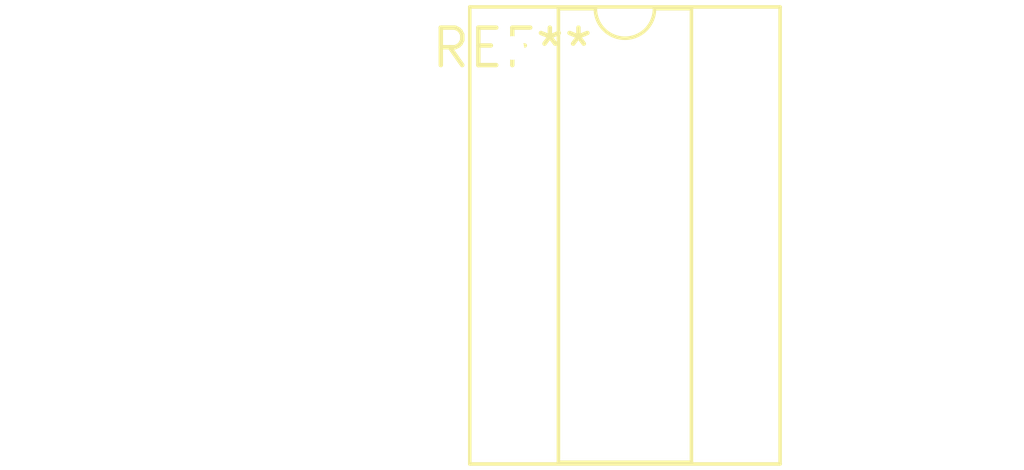
<source format=kicad_pcb>
(kicad_pcb (version 20240108) (generator pcbnew)
  (layers (0 "F.Cu" signal) (31 "B.Cu" signal) (34 "B.Paste" user) (35 "F.Paste" user) (36 "B.SilkS" user "B.Silkscreen") (37 "F.SilkS" user "F.Silkscreen") (38 "B.Mask" user) (39 "F.Mask" user) (44 "Edge.Cuts" user))
  (net 0 "")
  (footprint "DIP-12_W7.62mm_Socket_LongPads" (layer "F.Cu") (at 0 0)
    (property "Reference" "REF**")
    (property "Value" "DIP-12_W7.62mm_Socket_LongPads")
    (fp_line (start -1.44 -1.39) (end -1.44 14.09) (layer "F.SilkS") (stroke (width 0.12)))
    (fp_line (start -1.44 14.09) (end 9.06 14.09) (layer "F.SilkS") (stroke (width 0.12)))
    (fp_line (start 1.56 -1.33) (end 1.56 14.03) (layer "F.SilkS") (stroke (width 0.12)))
    (fp_line (start 1.56 14.03) (end 6.06 14.03) (layer "F.SilkS") (stroke (width 0.12)))
    (fp_line (start 2.81 -1.33) (end 1.56 -1.33) (layer "F.SilkS") (stroke (width 0.12)))
    (fp_line (start 6.06 -1.33) (end 4.81 -1.33) (layer "F.SilkS") (stroke (width 0.12)))
    (fp_line (start 6.06 14.03) (end 6.06 -1.33) (layer "F.SilkS") (stroke (width 0.12)))
    (fp_line (start 9.06 -1.39) (end -1.44 -1.39) (layer "F.SilkS") (stroke (width 0.12)))
    (fp_line (start 9.06 14.09) (end 9.06 -1.39) (layer "F.SilkS") (stroke (width 0.12)))
    (fp_arc (start 4.81 -1.33) (mid 3.81 -0.33) (end 2.81 -1.33) (layer "F.SilkS") (stroke (width 0.12)))
    (pad "1" thru_hole rect (at 0 0) (size 2.4 1.6) (drill 0.8) (layers *.Cu *.Mask) (remove_unused_layers))
    (pad "2" thru_hole oval (at 0 2.54) (size 2.4 1.6) (drill 0.8) (layers *.Cu *.Mask) (remove_unused_layers))
    (pad "3" thru_hole oval (at 0 5.08) (size 2.4 1.6) (drill 0.8) (layers *.Cu *.Mask) (remove_unused_layers))
    (pad "4" thru_hole oval (at 0 7.62) (size 2.4 1.6) (drill 0.8) (layers *.Cu *.Mask) (remove_unused_layers))
    (pad "5" thru_hole oval (at 0 10.16) (size 2.4 1.6) (drill 0.8) (layers *.Cu *.Mask) (remove_unused_layers))
    (pad "6" thru_hole oval (at 0 12.7) (size 2.4 1.6) (drill 0.8) (layers *.Cu *.Mask) (remove_unused_layers))
    (pad "7" thru_hole oval (at 7.62 12.7) (size 2.4 1.6) (drill 0.8) (layers *.Cu *.Mask) (remove_unused_layers))
    (pad "8" thru_hole oval (at 7.62 10.16) (size 2.4 1.6) (drill 0.8) (layers *.Cu *.Mask) (remove_unused_layers))
    (pad "9" thru_hole oval (at 7.62 7.62) (size 2.4 1.6) (drill 0.8) (layers *.Cu *.Mask) (remove_unused_layers))
    (pad "10" thru_hole oval (at 7.62 5.08) (size 2.4 1.6) (drill 0.8) (layers *.Cu *.Mask) (remove_unused_layers))
    (pad "11" thru_hole oval (at 7.62 2.54) (size 2.4 1.6) (drill 0.8) (layers *.Cu *.Mask) (remove_unused_layers))
    (pad "12" thru_hole oval (at 7.62 0) (size 2.4 1.6) (drill 0.8) (layers *.Cu *.Mask) (remove_unused_layers))
  )
)
</source>
